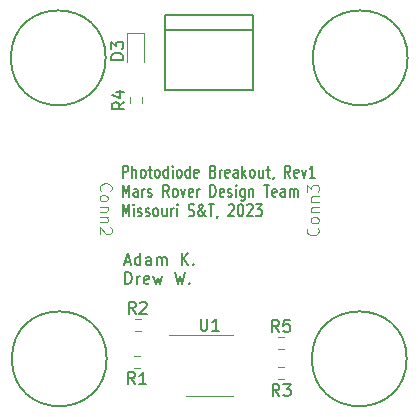
<source format=gbr>
%TF.GenerationSoftware,KiCad,Pcbnew,7.0.7*%
%TF.CreationDate,2023-11-07T19:32:12-06:00*%
%TF.ProjectId,TIAs,54494173-2e6b-4696-9361-645f70636258,rev?*%
%TF.SameCoordinates,Original*%
%TF.FileFunction,Legend,Top*%
%TF.FilePolarity,Positive*%
%FSLAX46Y46*%
G04 Gerber Fmt 4.6, Leading zero omitted, Abs format (unit mm)*
G04 Created by KiCad (PCBNEW 7.0.7) date 2023-11-07 19:32:12*
%MOMM*%
%LPD*%
G01*
G04 APERTURE LIST*
%ADD10C,0.150000*%
%ADD11C,0.100000*%
%ADD12C,0.120000*%
G04 APERTURE END LIST*
D10*
X83477207Y-76606340D02*
X83477207Y-75590340D01*
X83477207Y-75590340D02*
X83786845Y-75590340D01*
X83786845Y-75590340D02*
X83864255Y-75638721D01*
X83864255Y-75638721D02*
X83902960Y-75687102D01*
X83902960Y-75687102D02*
X83941664Y-75783864D01*
X83941664Y-75783864D02*
X83941664Y-75929007D01*
X83941664Y-75929007D02*
X83902960Y-76025769D01*
X83902960Y-76025769D02*
X83864255Y-76074150D01*
X83864255Y-76074150D02*
X83786845Y-76122531D01*
X83786845Y-76122531D02*
X83477207Y-76122531D01*
X84290007Y-76606340D02*
X84290007Y-75590340D01*
X84638350Y-76606340D02*
X84638350Y-76074150D01*
X84638350Y-76074150D02*
X84599645Y-75977388D01*
X84599645Y-75977388D02*
X84522236Y-75929007D01*
X84522236Y-75929007D02*
X84406122Y-75929007D01*
X84406122Y-75929007D02*
X84328712Y-75977388D01*
X84328712Y-75977388D02*
X84290007Y-76025769D01*
X85141512Y-76606340D02*
X85064102Y-76557960D01*
X85064102Y-76557960D02*
X85025397Y-76509579D01*
X85025397Y-76509579D02*
X84986693Y-76412817D01*
X84986693Y-76412817D02*
X84986693Y-76122531D01*
X84986693Y-76122531D02*
X85025397Y-76025769D01*
X85025397Y-76025769D02*
X85064102Y-75977388D01*
X85064102Y-75977388D02*
X85141512Y-75929007D01*
X85141512Y-75929007D02*
X85257626Y-75929007D01*
X85257626Y-75929007D02*
X85335035Y-75977388D01*
X85335035Y-75977388D02*
X85373740Y-76025769D01*
X85373740Y-76025769D02*
X85412445Y-76122531D01*
X85412445Y-76122531D02*
X85412445Y-76412817D01*
X85412445Y-76412817D02*
X85373740Y-76509579D01*
X85373740Y-76509579D02*
X85335035Y-76557960D01*
X85335035Y-76557960D02*
X85257626Y-76606340D01*
X85257626Y-76606340D02*
X85141512Y-76606340D01*
X85644673Y-75929007D02*
X85954311Y-75929007D01*
X85760787Y-75590340D02*
X85760787Y-76461198D01*
X85760787Y-76461198D02*
X85799492Y-76557960D01*
X85799492Y-76557960D02*
X85876902Y-76606340D01*
X85876902Y-76606340D02*
X85954311Y-76606340D01*
X86341359Y-76606340D02*
X86263949Y-76557960D01*
X86263949Y-76557960D02*
X86225244Y-76509579D01*
X86225244Y-76509579D02*
X86186540Y-76412817D01*
X86186540Y-76412817D02*
X86186540Y-76122531D01*
X86186540Y-76122531D02*
X86225244Y-76025769D01*
X86225244Y-76025769D02*
X86263949Y-75977388D01*
X86263949Y-75977388D02*
X86341359Y-75929007D01*
X86341359Y-75929007D02*
X86457473Y-75929007D01*
X86457473Y-75929007D02*
X86534882Y-75977388D01*
X86534882Y-75977388D02*
X86573587Y-76025769D01*
X86573587Y-76025769D02*
X86612292Y-76122531D01*
X86612292Y-76122531D02*
X86612292Y-76412817D01*
X86612292Y-76412817D02*
X86573587Y-76509579D01*
X86573587Y-76509579D02*
X86534882Y-76557960D01*
X86534882Y-76557960D02*
X86457473Y-76606340D01*
X86457473Y-76606340D02*
X86341359Y-76606340D01*
X87308977Y-76606340D02*
X87308977Y-75590340D01*
X87308977Y-76557960D02*
X87231568Y-76606340D01*
X87231568Y-76606340D02*
X87076749Y-76606340D01*
X87076749Y-76606340D02*
X86999339Y-76557960D01*
X86999339Y-76557960D02*
X86960634Y-76509579D01*
X86960634Y-76509579D02*
X86921930Y-76412817D01*
X86921930Y-76412817D02*
X86921930Y-76122531D01*
X86921930Y-76122531D02*
X86960634Y-76025769D01*
X86960634Y-76025769D02*
X86999339Y-75977388D01*
X86999339Y-75977388D02*
X87076749Y-75929007D01*
X87076749Y-75929007D02*
X87231568Y-75929007D01*
X87231568Y-75929007D02*
X87308977Y-75977388D01*
X87696024Y-76606340D02*
X87696024Y-75929007D01*
X87696024Y-75590340D02*
X87657320Y-75638721D01*
X87657320Y-75638721D02*
X87696024Y-75687102D01*
X87696024Y-75687102D02*
X87734729Y-75638721D01*
X87734729Y-75638721D02*
X87696024Y-75590340D01*
X87696024Y-75590340D02*
X87696024Y-75687102D01*
X88199187Y-76606340D02*
X88121777Y-76557960D01*
X88121777Y-76557960D02*
X88083072Y-76509579D01*
X88083072Y-76509579D02*
X88044368Y-76412817D01*
X88044368Y-76412817D02*
X88044368Y-76122531D01*
X88044368Y-76122531D02*
X88083072Y-76025769D01*
X88083072Y-76025769D02*
X88121777Y-75977388D01*
X88121777Y-75977388D02*
X88199187Y-75929007D01*
X88199187Y-75929007D02*
X88315301Y-75929007D01*
X88315301Y-75929007D02*
X88392710Y-75977388D01*
X88392710Y-75977388D02*
X88431415Y-76025769D01*
X88431415Y-76025769D02*
X88470120Y-76122531D01*
X88470120Y-76122531D02*
X88470120Y-76412817D01*
X88470120Y-76412817D02*
X88431415Y-76509579D01*
X88431415Y-76509579D02*
X88392710Y-76557960D01*
X88392710Y-76557960D02*
X88315301Y-76606340D01*
X88315301Y-76606340D02*
X88199187Y-76606340D01*
X89166805Y-76606340D02*
X89166805Y-75590340D01*
X89166805Y-76557960D02*
X89089396Y-76606340D01*
X89089396Y-76606340D02*
X88934577Y-76606340D01*
X88934577Y-76606340D02*
X88857167Y-76557960D01*
X88857167Y-76557960D02*
X88818462Y-76509579D01*
X88818462Y-76509579D02*
X88779758Y-76412817D01*
X88779758Y-76412817D02*
X88779758Y-76122531D01*
X88779758Y-76122531D02*
X88818462Y-76025769D01*
X88818462Y-76025769D02*
X88857167Y-75977388D01*
X88857167Y-75977388D02*
X88934577Y-75929007D01*
X88934577Y-75929007D02*
X89089396Y-75929007D01*
X89089396Y-75929007D02*
X89166805Y-75977388D01*
X89863490Y-76557960D02*
X89786081Y-76606340D01*
X89786081Y-76606340D02*
X89631262Y-76606340D01*
X89631262Y-76606340D02*
X89553852Y-76557960D01*
X89553852Y-76557960D02*
X89515148Y-76461198D01*
X89515148Y-76461198D02*
X89515148Y-76074150D01*
X89515148Y-76074150D02*
X89553852Y-75977388D01*
X89553852Y-75977388D02*
X89631262Y-75929007D01*
X89631262Y-75929007D02*
X89786081Y-75929007D01*
X89786081Y-75929007D02*
X89863490Y-75977388D01*
X89863490Y-75977388D02*
X89902195Y-76074150D01*
X89902195Y-76074150D02*
X89902195Y-76170912D01*
X89902195Y-76170912D02*
X89515148Y-76267674D01*
X91140748Y-76074150D02*
X91256862Y-76122531D01*
X91256862Y-76122531D02*
X91295567Y-76170912D01*
X91295567Y-76170912D02*
X91334271Y-76267674D01*
X91334271Y-76267674D02*
X91334271Y-76412817D01*
X91334271Y-76412817D02*
X91295567Y-76509579D01*
X91295567Y-76509579D02*
X91256862Y-76557960D01*
X91256862Y-76557960D02*
X91179452Y-76606340D01*
X91179452Y-76606340D02*
X90869814Y-76606340D01*
X90869814Y-76606340D02*
X90869814Y-75590340D01*
X90869814Y-75590340D02*
X91140748Y-75590340D01*
X91140748Y-75590340D02*
X91218157Y-75638721D01*
X91218157Y-75638721D02*
X91256862Y-75687102D01*
X91256862Y-75687102D02*
X91295567Y-75783864D01*
X91295567Y-75783864D02*
X91295567Y-75880626D01*
X91295567Y-75880626D02*
X91256862Y-75977388D01*
X91256862Y-75977388D02*
X91218157Y-76025769D01*
X91218157Y-76025769D02*
X91140748Y-76074150D01*
X91140748Y-76074150D02*
X90869814Y-76074150D01*
X91682614Y-76606340D02*
X91682614Y-75929007D01*
X91682614Y-76122531D02*
X91721319Y-76025769D01*
X91721319Y-76025769D02*
X91760024Y-75977388D01*
X91760024Y-75977388D02*
X91837433Y-75929007D01*
X91837433Y-75929007D02*
X91914843Y-75929007D01*
X92495414Y-76557960D02*
X92418005Y-76606340D01*
X92418005Y-76606340D02*
X92263186Y-76606340D01*
X92263186Y-76606340D02*
X92185776Y-76557960D01*
X92185776Y-76557960D02*
X92147072Y-76461198D01*
X92147072Y-76461198D02*
X92147072Y-76074150D01*
X92147072Y-76074150D02*
X92185776Y-75977388D01*
X92185776Y-75977388D02*
X92263186Y-75929007D01*
X92263186Y-75929007D02*
X92418005Y-75929007D01*
X92418005Y-75929007D02*
X92495414Y-75977388D01*
X92495414Y-75977388D02*
X92534119Y-76074150D01*
X92534119Y-76074150D02*
X92534119Y-76170912D01*
X92534119Y-76170912D02*
X92147072Y-76267674D01*
X93230805Y-76606340D02*
X93230805Y-76074150D01*
X93230805Y-76074150D02*
X93192100Y-75977388D01*
X93192100Y-75977388D02*
X93114691Y-75929007D01*
X93114691Y-75929007D02*
X92959872Y-75929007D01*
X92959872Y-75929007D02*
X92882462Y-75977388D01*
X93230805Y-76557960D02*
X93153396Y-76606340D01*
X93153396Y-76606340D02*
X92959872Y-76606340D01*
X92959872Y-76606340D02*
X92882462Y-76557960D01*
X92882462Y-76557960D02*
X92843758Y-76461198D01*
X92843758Y-76461198D02*
X92843758Y-76364436D01*
X92843758Y-76364436D02*
X92882462Y-76267674D01*
X92882462Y-76267674D02*
X92959872Y-76219293D01*
X92959872Y-76219293D02*
X93153396Y-76219293D01*
X93153396Y-76219293D02*
X93230805Y-76170912D01*
X93617852Y-76606340D02*
X93617852Y-75590340D01*
X93695262Y-76219293D02*
X93927490Y-76606340D01*
X93927490Y-75929007D02*
X93617852Y-76316055D01*
X94391948Y-76606340D02*
X94314538Y-76557960D01*
X94314538Y-76557960D02*
X94275833Y-76509579D01*
X94275833Y-76509579D02*
X94237129Y-76412817D01*
X94237129Y-76412817D02*
X94237129Y-76122531D01*
X94237129Y-76122531D02*
X94275833Y-76025769D01*
X94275833Y-76025769D02*
X94314538Y-75977388D01*
X94314538Y-75977388D02*
X94391948Y-75929007D01*
X94391948Y-75929007D02*
X94508062Y-75929007D01*
X94508062Y-75929007D02*
X94585471Y-75977388D01*
X94585471Y-75977388D02*
X94624176Y-76025769D01*
X94624176Y-76025769D02*
X94662881Y-76122531D01*
X94662881Y-76122531D02*
X94662881Y-76412817D01*
X94662881Y-76412817D02*
X94624176Y-76509579D01*
X94624176Y-76509579D02*
X94585471Y-76557960D01*
X94585471Y-76557960D02*
X94508062Y-76606340D01*
X94508062Y-76606340D02*
X94391948Y-76606340D01*
X95359566Y-75929007D02*
X95359566Y-76606340D01*
X95011223Y-75929007D02*
X95011223Y-76461198D01*
X95011223Y-76461198D02*
X95049928Y-76557960D01*
X95049928Y-76557960D02*
X95127338Y-76606340D01*
X95127338Y-76606340D02*
X95243452Y-76606340D01*
X95243452Y-76606340D02*
X95320861Y-76557960D01*
X95320861Y-76557960D02*
X95359566Y-76509579D01*
X95630499Y-75929007D02*
X95940137Y-75929007D01*
X95746613Y-75590340D02*
X95746613Y-76461198D01*
X95746613Y-76461198D02*
X95785318Y-76557960D01*
X95785318Y-76557960D02*
X95862728Y-76606340D01*
X95862728Y-76606340D02*
X95940137Y-76606340D01*
X96249775Y-76557960D02*
X96249775Y-76606340D01*
X96249775Y-76606340D02*
X96211070Y-76703102D01*
X96211070Y-76703102D02*
X96172366Y-76751483D01*
X97681851Y-76606340D02*
X97410918Y-76122531D01*
X97217394Y-76606340D02*
X97217394Y-75590340D01*
X97217394Y-75590340D02*
X97527032Y-75590340D01*
X97527032Y-75590340D02*
X97604442Y-75638721D01*
X97604442Y-75638721D02*
X97643147Y-75687102D01*
X97643147Y-75687102D02*
X97681851Y-75783864D01*
X97681851Y-75783864D02*
X97681851Y-75929007D01*
X97681851Y-75929007D02*
X97643147Y-76025769D01*
X97643147Y-76025769D02*
X97604442Y-76074150D01*
X97604442Y-76074150D02*
X97527032Y-76122531D01*
X97527032Y-76122531D02*
X97217394Y-76122531D01*
X98339832Y-76557960D02*
X98262423Y-76606340D01*
X98262423Y-76606340D02*
X98107604Y-76606340D01*
X98107604Y-76606340D02*
X98030194Y-76557960D01*
X98030194Y-76557960D02*
X97991490Y-76461198D01*
X97991490Y-76461198D02*
X97991490Y-76074150D01*
X97991490Y-76074150D02*
X98030194Y-75977388D01*
X98030194Y-75977388D02*
X98107604Y-75929007D01*
X98107604Y-75929007D02*
X98262423Y-75929007D01*
X98262423Y-75929007D02*
X98339832Y-75977388D01*
X98339832Y-75977388D02*
X98378537Y-76074150D01*
X98378537Y-76074150D02*
X98378537Y-76170912D01*
X98378537Y-76170912D02*
X97991490Y-76267674D01*
X98649471Y-75929007D02*
X98842995Y-76606340D01*
X98842995Y-76606340D02*
X99036518Y-75929007D01*
X99771909Y-76606340D02*
X99307452Y-76606340D01*
X99539680Y-76606340D02*
X99539680Y-75590340D01*
X99539680Y-75590340D02*
X99462271Y-75735483D01*
X99462271Y-75735483D02*
X99384861Y-75832245D01*
X99384861Y-75832245D02*
X99307452Y-75880626D01*
X83477207Y-78242100D02*
X83477207Y-77226100D01*
X83477207Y-77226100D02*
X83748141Y-77951815D01*
X83748141Y-77951815D02*
X84019074Y-77226100D01*
X84019074Y-77226100D02*
X84019074Y-78242100D01*
X84754464Y-78242100D02*
X84754464Y-77709910D01*
X84754464Y-77709910D02*
X84715759Y-77613148D01*
X84715759Y-77613148D02*
X84638350Y-77564767D01*
X84638350Y-77564767D02*
X84483531Y-77564767D01*
X84483531Y-77564767D02*
X84406121Y-77613148D01*
X84754464Y-78193720D02*
X84677055Y-78242100D01*
X84677055Y-78242100D02*
X84483531Y-78242100D01*
X84483531Y-78242100D02*
X84406121Y-78193720D01*
X84406121Y-78193720D02*
X84367417Y-78096958D01*
X84367417Y-78096958D02*
X84367417Y-78000196D01*
X84367417Y-78000196D02*
X84406121Y-77903434D01*
X84406121Y-77903434D02*
X84483531Y-77855053D01*
X84483531Y-77855053D02*
X84677055Y-77855053D01*
X84677055Y-77855053D02*
X84754464Y-77806672D01*
X85141511Y-78242100D02*
X85141511Y-77564767D01*
X85141511Y-77758291D02*
X85180216Y-77661529D01*
X85180216Y-77661529D02*
X85218921Y-77613148D01*
X85218921Y-77613148D02*
X85296330Y-77564767D01*
X85296330Y-77564767D02*
X85373740Y-77564767D01*
X85605969Y-78193720D02*
X85683378Y-78242100D01*
X85683378Y-78242100D02*
X85838197Y-78242100D01*
X85838197Y-78242100D02*
X85915607Y-78193720D01*
X85915607Y-78193720D02*
X85954311Y-78096958D01*
X85954311Y-78096958D02*
X85954311Y-78048577D01*
X85954311Y-78048577D02*
X85915607Y-77951815D01*
X85915607Y-77951815D02*
X85838197Y-77903434D01*
X85838197Y-77903434D02*
X85722083Y-77903434D01*
X85722083Y-77903434D02*
X85644673Y-77855053D01*
X85644673Y-77855053D02*
X85605969Y-77758291D01*
X85605969Y-77758291D02*
X85605969Y-77709910D01*
X85605969Y-77709910D02*
X85644673Y-77613148D01*
X85644673Y-77613148D02*
X85722083Y-77564767D01*
X85722083Y-77564767D02*
X85838197Y-77564767D01*
X85838197Y-77564767D02*
X85915607Y-77613148D01*
X87386387Y-78242100D02*
X87115454Y-77758291D01*
X86921930Y-78242100D02*
X86921930Y-77226100D01*
X86921930Y-77226100D02*
X87231568Y-77226100D01*
X87231568Y-77226100D02*
X87308978Y-77274481D01*
X87308978Y-77274481D02*
X87347683Y-77322862D01*
X87347683Y-77322862D02*
X87386387Y-77419624D01*
X87386387Y-77419624D02*
X87386387Y-77564767D01*
X87386387Y-77564767D02*
X87347683Y-77661529D01*
X87347683Y-77661529D02*
X87308978Y-77709910D01*
X87308978Y-77709910D02*
X87231568Y-77758291D01*
X87231568Y-77758291D02*
X86921930Y-77758291D01*
X87850845Y-78242100D02*
X87773435Y-78193720D01*
X87773435Y-78193720D02*
X87734730Y-78145339D01*
X87734730Y-78145339D02*
X87696026Y-78048577D01*
X87696026Y-78048577D02*
X87696026Y-77758291D01*
X87696026Y-77758291D02*
X87734730Y-77661529D01*
X87734730Y-77661529D02*
X87773435Y-77613148D01*
X87773435Y-77613148D02*
X87850845Y-77564767D01*
X87850845Y-77564767D02*
X87966959Y-77564767D01*
X87966959Y-77564767D02*
X88044368Y-77613148D01*
X88044368Y-77613148D02*
X88083073Y-77661529D01*
X88083073Y-77661529D02*
X88121778Y-77758291D01*
X88121778Y-77758291D02*
X88121778Y-78048577D01*
X88121778Y-78048577D02*
X88083073Y-78145339D01*
X88083073Y-78145339D02*
X88044368Y-78193720D01*
X88044368Y-78193720D02*
X87966959Y-78242100D01*
X87966959Y-78242100D02*
X87850845Y-78242100D01*
X88392711Y-77564767D02*
X88586235Y-78242100D01*
X88586235Y-78242100D02*
X88779758Y-77564767D01*
X89399034Y-78193720D02*
X89321625Y-78242100D01*
X89321625Y-78242100D02*
X89166806Y-78242100D01*
X89166806Y-78242100D02*
X89089396Y-78193720D01*
X89089396Y-78193720D02*
X89050692Y-78096958D01*
X89050692Y-78096958D02*
X89050692Y-77709910D01*
X89050692Y-77709910D02*
X89089396Y-77613148D01*
X89089396Y-77613148D02*
X89166806Y-77564767D01*
X89166806Y-77564767D02*
X89321625Y-77564767D01*
X89321625Y-77564767D02*
X89399034Y-77613148D01*
X89399034Y-77613148D02*
X89437739Y-77709910D01*
X89437739Y-77709910D02*
X89437739Y-77806672D01*
X89437739Y-77806672D02*
X89050692Y-77903434D01*
X89786082Y-78242100D02*
X89786082Y-77564767D01*
X89786082Y-77758291D02*
X89824787Y-77661529D01*
X89824787Y-77661529D02*
X89863492Y-77613148D01*
X89863492Y-77613148D02*
X89940901Y-77564767D01*
X89940901Y-77564767D02*
X90018311Y-77564767D01*
X90908520Y-78242100D02*
X90908520Y-77226100D01*
X90908520Y-77226100D02*
X91102044Y-77226100D01*
X91102044Y-77226100D02*
X91218158Y-77274481D01*
X91218158Y-77274481D02*
X91295568Y-77371243D01*
X91295568Y-77371243D02*
X91334273Y-77468005D01*
X91334273Y-77468005D02*
X91372977Y-77661529D01*
X91372977Y-77661529D02*
X91372977Y-77806672D01*
X91372977Y-77806672D02*
X91334273Y-78000196D01*
X91334273Y-78000196D02*
X91295568Y-78096958D01*
X91295568Y-78096958D02*
X91218158Y-78193720D01*
X91218158Y-78193720D02*
X91102044Y-78242100D01*
X91102044Y-78242100D02*
X90908520Y-78242100D01*
X92030958Y-78193720D02*
X91953549Y-78242100D01*
X91953549Y-78242100D02*
X91798730Y-78242100D01*
X91798730Y-78242100D02*
X91721320Y-78193720D01*
X91721320Y-78193720D02*
X91682616Y-78096958D01*
X91682616Y-78096958D02*
X91682616Y-77709910D01*
X91682616Y-77709910D02*
X91721320Y-77613148D01*
X91721320Y-77613148D02*
X91798730Y-77564767D01*
X91798730Y-77564767D02*
X91953549Y-77564767D01*
X91953549Y-77564767D02*
X92030958Y-77613148D01*
X92030958Y-77613148D02*
X92069663Y-77709910D01*
X92069663Y-77709910D02*
X92069663Y-77806672D01*
X92069663Y-77806672D02*
X91682616Y-77903434D01*
X92379302Y-78193720D02*
X92456711Y-78242100D01*
X92456711Y-78242100D02*
X92611530Y-78242100D01*
X92611530Y-78242100D02*
X92688940Y-78193720D01*
X92688940Y-78193720D02*
X92727644Y-78096958D01*
X92727644Y-78096958D02*
X92727644Y-78048577D01*
X92727644Y-78048577D02*
X92688940Y-77951815D01*
X92688940Y-77951815D02*
X92611530Y-77903434D01*
X92611530Y-77903434D02*
X92495416Y-77903434D01*
X92495416Y-77903434D02*
X92418006Y-77855053D01*
X92418006Y-77855053D02*
X92379302Y-77758291D01*
X92379302Y-77758291D02*
X92379302Y-77709910D01*
X92379302Y-77709910D02*
X92418006Y-77613148D01*
X92418006Y-77613148D02*
X92495416Y-77564767D01*
X92495416Y-77564767D02*
X92611530Y-77564767D01*
X92611530Y-77564767D02*
X92688940Y-77613148D01*
X93075987Y-78242100D02*
X93075987Y-77564767D01*
X93075987Y-77226100D02*
X93037283Y-77274481D01*
X93037283Y-77274481D02*
X93075987Y-77322862D01*
X93075987Y-77322862D02*
X93114692Y-77274481D01*
X93114692Y-77274481D02*
X93075987Y-77226100D01*
X93075987Y-77226100D02*
X93075987Y-77322862D01*
X93811378Y-77564767D02*
X93811378Y-78387243D01*
X93811378Y-78387243D02*
X93772673Y-78484005D01*
X93772673Y-78484005D02*
X93733969Y-78532386D01*
X93733969Y-78532386D02*
X93656559Y-78580767D01*
X93656559Y-78580767D02*
X93540445Y-78580767D01*
X93540445Y-78580767D02*
X93463035Y-78532386D01*
X93811378Y-78193720D02*
X93733969Y-78242100D01*
X93733969Y-78242100D02*
X93579150Y-78242100D01*
X93579150Y-78242100D02*
X93501740Y-78193720D01*
X93501740Y-78193720D02*
X93463035Y-78145339D01*
X93463035Y-78145339D02*
X93424331Y-78048577D01*
X93424331Y-78048577D02*
X93424331Y-77758291D01*
X93424331Y-77758291D02*
X93463035Y-77661529D01*
X93463035Y-77661529D02*
X93501740Y-77613148D01*
X93501740Y-77613148D02*
X93579150Y-77564767D01*
X93579150Y-77564767D02*
X93733969Y-77564767D01*
X93733969Y-77564767D02*
X93811378Y-77613148D01*
X94198425Y-77564767D02*
X94198425Y-78242100D01*
X94198425Y-77661529D02*
X94237130Y-77613148D01*
X94237130Y-77613148D02*
X94314540Y-77564767D01*
X94314540Y-77564767D02*
X94430654Y-77564767D01*
X94430654Y-77564767D02*
X94508063Y-77613148D01*
X94508063Y-77613148D02*
X94546768Y-77709910D01*
X94546768Y-77709910D02*
X94546768Y-78242100D01*
X95436977Y-77226100D02*
X95901434Y-77226100D01*
X95669206Y-78242100D02*
X95669206Y-77226100D01*
X96482005Y-78193720D02*
X96404596Y-78242100D01*
X96404596Y-78242100D02*
X96249777Y-78242100D01*
X96249777Y-78242100D02*
X96172367Y-78193720D01*
X96172367Y-78193720D02*
X96133663Y-78096958D01*
X96133663Y-78096958D02*
X96133663Y-77709910D01*
X96133663Y-77709910D02*
X96172367Y-77613148D01*
X96172367Y-77613148D02*
X96249777Y-77564767D01*
X96249777Y-77564767D02*
X96404596Y-77564767D01*
X96404596Y-77564767D02*
X96482005Y-77613148D01*
X96482005Y-77613148D02*
X96520710Y-77709910D01*
X96520710Y-77709910D02*
X96520710Y-77806672D01*
X96520710Y-77806672D02*
X96133663Y-77903434D01*
X97217396Y-78242100D02*
X97217396Y-77709910D01*
X97217396Y-77709910D02*
X97178691Y-77613148D01*
X97178691Y-77613148D02*
X97101282Y-77564767D01*
X97101282Y-77564767D02*
X96946463Y-77564767D01*
X96946463Y-77564767D02*
X96869053Y-77613148D01*
X97217396Y-78193720D02*
X97139987Y-78242100D01*
X97139987Y-78242100D02*
X96946463Y-78242100D01*
X96946463Y-78242100D02*
X96869053Y-78193720D01*
X96869053Y-78193720D02*
X96830349Y-78096958D01*
X96830349Y-78096958D02*
X96830349Y-78000196D01*
X96830349Y-78000196D02*
X96869053Y-77903434D01*
X96869053Y-77903434D02*
X96946463Y-77855053D01*
X96946463Y-77855053D02*
X97139987Y-77855053D01*
X97139987Y-77855053D02*
X97217396Y-77806672D01*
X97604443Y-78242100D02*
X97604443Y-77564767D01*
X97604443Y-77661529D02*
X97643148Y-77613148D01*
X97643148Y-77613148D02*
X97720558Y-77564767D01*
X97720558Y-77564767D02*
X97836672Y-77564767D01*
X97836672Y-77564767D02*
X97914081Y-77613148D01*
X97914081Y-77613148D02*
X97952786Y-77709910D01*
X97952786Y-77709910D02*
X97952786Y-78242100D01*
X97952786Y-77709910D02*
X97991491Y-77613148D01*
X97991491Y-77613148D02*
X98068900Y-77564767D01*
X98068900Y-77564767D02*
X98185015Y-77564767D01*
X98185015Y-77564767D02*
X98262424Y-77613148D01*
X98262424Y-77613148D02*
X98301129Y-77709910D01*
X98301129Y-77709910D02*
X98301129Y-78242100D01*
X83477207Y-79877860D02*
X83477207Y-78861860D01*
X83477207Y-78861860D02*
X83748141Y-79587575D01*
X83748141Y-79587575D02*
X84019074Y-78861860D01*
X84019074Y-78861860D02*
X84019074Y-79877860D01*
X84406121Y-79877860D02*
X84406121Y-79200527D01*
X84406121Y-78861860D02*
X84367417Y-78910241D01*
X84367417Y-78910241D02*
X84406121Y-78958622D01*
X84406121Y-78958622D02*
X84444826Y-78910241D01*
X84444826Y-78910241D02*
X84406121Y-78861860D01*
X84406121Y-78861860D02*
X84406121Y-78958622D01*
X84754465Y-79829480D02*
X84831874Y-79877860D01*
X84831874Y-79877860D02*
X84986693Y-79877860D01*
X84986693Y-79877860D02*
X85064103Y-79829480D01*
X85064103Y-79829480D02*
X85102807Y-79732718D01*
X85102807Y-79732718D02*
X85102807Y-79684337D01*
X85102807Y-79684337D02*
X85064103Y-79587575D01*
X85064103Y-79587575D02*
X84986693Y-79539194D01*
X84986693Y-79539194D02*
X84870579Y-79539194D01*
X84870579Y-79539194D02*
X84793169Y-79490813D01*
X84793169Y-79490813D02*
X84754465Y-79394051D01*
X84754465Y-79394051D02*
X84754465Y-79345670D01*
X84754465Y-79345670D02*
X84793169Y-79248908D01*
X84793169Y-79248908D02*
X84870579Y-79200527D01*
X84870579Y-79200527D02*
X84986693Y-79200527D01*
X84986693Y-79200527D02*
X85064103Y-79248908D01*
X85412446Y-79829480D02*
X85489855Y-79877860D01*
X85489855Y-79877860D02*
X85644674Y-79877860D01*
X85644674Y-79877860D02*
X85722084Y-79829480D01*
X85722084Y-79829480D02*
X85760788Y-79732718D01*
X85760788Y-79732718D02*
X85760788Y-79684337D01*
X85760788Y-79684337D02*
X85722084Y-79587575D01*
X85722084Y-79587575D02*
X85644674Y-79539194D01*
X85644674Y-79539194D02*
X85528560Y-79539194D01*
X85528560Y-79539194D02*
X85451150Y-79490813D01*
X85451150Y-79490813D02*
X85412446Y-79394051D01*
X85412446Y-79394051D02*
X85412446Y-79345670D01*
X85412446Y-79345670D02*
X85451150Y-79248908D01*
X85451150Y-79248908D02*
X85528560Y-79200527D01*
X85528560Y-79200527D02*
X85644674Y-79200527D01*
X85644674Y-79200527D02*
X85722084Y-79248908D01*
X86225246Y-79877860D02*
X86147836Y-79829480D01*
X86147836Y-79829480D02*
X86109131Y-79781099D01*
X86109131Y-79781099D02*
X86070427Y-79684337D01*
X86070427Y-79684337D02*
X86070427Y-79394051D01*
X86070427Y-79394051D02*
X86109131Y-79297289D01*
X86109131Y-79297289D02*
X86147836Y-79248908D01*
X86147836Y-79248908D02*
X86225246Y-79200527D01*
X86225246Y-79200527D02*
X86341360Y-79200527D01*
X86341360Y-79200527D02*
X86418769Y-79248908D01*
X86418769Y-79248908D02*
X86457474Y-79297289D01*
X86457474Y-79297289D02*
X86496179Y-79394051D01*
X86496179Y-79394051D02*
X86496179Y-79684337D01*
X86496179Y-79684337D02*
X86457474Y-79781099D01*
X86457474Y-79781099D02*
X86418769Y-79829480D01*
X86418769Y-79829480D02*
X86341360Y-79877860D01*
X86341360Y-79877860D02*
X86225246Y-79877860D01*
X87192864Y-79200527D02*
X87192864Y-79877860D01*
X86844521Y-79200527D02*
X86844521Y-79732718D01*
X86844521Y-79732718D02*
X86883226Y-79829480D01*
X86883226Y-79829480D02*
X86960636Y-79877860D01*
X86960636Y-79877860D02*
X87076750Y-79877860D01*
X87076750Y-79877860D02*
X87154159Y-79829480D01*
X87154159Y-79829480D02*
X87192864Y-79781099D01*
X87579911Y-79877860D02*
X87579911Y-79200527D01*
X87579911Y-79394051D02*
X87618616Y-79297289D01*
X87618616Y-79297289D02*
X87657321Y-79248908D01*
X87657321Y-79248908D02*
X87734730Y-79200527D01*
X87734730Y-79200527D02*
X87812140Y-79200527D01*
X88083073Y-79877860D02*
X88083073Y-79200527D01*
X88083073Y-78861860D02*
X88044369Y-78910241D01*
X88044369Y-78910241D02*
X88083073Y-78958622D01*
X88083073Y-78958622D02*
X88121778Y-78910241D01*
X88121778Y-78910241D02*
X88083073Y-78861860D01*
X88083073Y-78861860D02*
X88083073Y-78958622D01*
X89050693Y-79829480D02*
X89166807Y-79877860D01*
X89166807Y-79877860D02*
X89360331Y-79877860D01*
X89360331Y-79877860D02*
X89437740Y-79829480D01*
X89437740Y-79829480D02*
X89476445Y-79781099D01*
X89476445Y-79781099D02*
X89515150Y-79684337D01*
X89515150Y-79684337D02*
X89515150Y-79587575D01*
X89515150Y-79587575D02*
X89476445Y-79490813D01*
X89476445Y-79490813D02*
X89437740Y-79442432D01*
X89437740Y-79442432D02*
X89360331Y-79394051D01*
X89360331Y-79394051D02*
X89205512Y-79345670D01*
X89205512Y-79345670D02*
X89128102Y-79297289D01*
X89128102Y-79297289D02*
X89089397Y-79248908D01*
X89089397Y-79248908D02*
X89050693Y-79152146D01*
X89050693Y-79152146D02*
X89050693Y-79055384D01*
X89050693Y-79055384D02*
X89089397Y-78958622D01*
X89089397Y-78958622D02*
X89128102Y-78910241D01*
X89128102Y-78910241D02*
X89205512Y-78861860D01*
X89205512Y-78861860D02*
X89399035Y-78861860D01*
X89399035Y-78861860D02*
X89515150Y-78910241D01*
X90521473Y-79877860D02*
X90482769Y-79877860D01*
X90482769Y-79877860D02*
X90405359Y-79829480D01*
X90405359Y-79829480D02*
X90289245Y-79684337D01*
X90289245Y-79684337D02*
X90095721Y-79394051D01*
X90095721Y-79394051D02*
X90018311Y-79248908D01*
X90018311Y-79248908D02*
X89979607Y-79103765D01*
X89979607Y-79103765D02*
X89979607Y-79007003D01*
X89979607Y-79007003D02*
X90018311Y-78910241D01*
X90018311Y-78910241D02*
X90095721Y-78861860D01*
X90095721Y-78861860D02*
X90134426Y-78861860D01*
X90134426Y-78861860D02*
X90211835Y-78910241D01*
X90211835Y-78910241D02*
X90250540Y-79007003D01*
X90250540Y-79007003D02*
X90250540Y-79055384D01*
X90250540Y-79055384D02*
X90211835Y-79152146D01*
X90211835Y-79152146D02*
X90173130Y-79200527D01*
X90173130Y-79200527D02*
X89940902Y-79394051D01*
X89940902Y-79394051D02*
X89902197Y-79442432D01*
X89902197Y-79442432D02*
X89863492Y-79539194D01*
X89863492Y-79539194D02*
X89863492Y-79684337D01*
X89863492Y-79684337D02*
X89902197Y-79781099D01*
X89902197Y-79781099D02*
X89940902Y-79829480D01*
X89940902Y-79829480D02*
X90018311Y-79877860D01*
X90018311Y-79877860D02*
X90134426Y-79877860D01*
X90134426Y-79877860D02*
X90211835Y-79829480D01*
X90211835Y-79829480D02*
X90250540Y-79781099D01*
X90250540Y-79781099D02*
X90366654Y-79587575D01*
X90366654Y-79587575D02*
X90405359Y-79442432D01*
X90405359Y-79442432D02*
X90405359Y-79345670D01*
X90753702Y-78861860D02*
X91218159Y-78861860D01*
X90985931Y-79877860D02*
X90985931Y-78861860D01*
X91527797Y-79829480D02*
X91527797Y-79877860D01*
X91527797Y-79877860D02*
X91489092Y-79974622D01*
X91489092Y-79974622D02*
X91450388Y-80023003D01*
X92456712Y-78958622D02*
X92495416Y-78910241D01*
X92495416Y-78910241D02*
X92572826Y-78861860D01*
X92572826Y-78861860D02*
X92766350Y-78861860D01*
X92766350Y-78861860D02*
X92843759Y-78910241D01*
X92843759Y-78910241D02*
X92882464Y-78958622D01*
X92882464Y-78958622D02*
X92921169Y-79055384D01*
X92921169Y-79055384D02*
X92921169Y-79152146D01*
X92921169Y-79152146D02*
X92882464Y-79297289D01*
X92882464Y-79297289D02*
X92418007Y-79877860D01*
X92418007Y-79877860D02*
X92921169Y-79877860D01*
X93424330Y-78861860D02*
X93501740Y-78861860D01*
X93501740Y-78861860D02*
X93579149Y-78910241D01*
X93579149Y-78910241D02*
X93617854Y-78958622D01*
X93617854Y-78958622D02*
X93656559Y-79055384D01*
X93656559Y-79055384D02*
X93695264Y-79248908D01*
X93695264Y-79248908D02*
X93695264Y-79490813D01*
X93695264Y-79490813D02*
X93656559Y-79684337D01*
X93656559Y-79684337D02*
X93617854Y-79781099D01*
X93617854Y-79781099D02*
X93579149Y-79829480D01*
X93579149Y-79829480D02*
X93501740Y-79877860D01*
X93501740Y-79877860D02*
X93424330Y-79877860D01*
X93424330Y-79877860D02*
X93346921Y-79829480D01*
X93346921Y-79829480D02*
X93308216Y-79781099D01*
X93308216Y-79781099D02*
X93269511Y-79684337D01*
X93269511Y-79684337D02*
X93230807Y-79490813D01*
X93230807Y-79490813D02*
X93230807Y-79248908D01*
X93230807Y-79248908D02*
X93269511Y-79055384D01*
X93269511Y-79055384D02*
X93308216Y-78958622D01*
X93308216Y-78958622D02*
X93346921Y-78910241D01*
X93346921Y-78910241D02*
X93424330Y-78861860D01*
X94004902Y-78958622D02*
X94043606Y-78910241D01*
X94043606Y-78910241D02*
X94121016Y-78861860D01*
X94121016Y-78861860D02*
X94314540Y-78861860D01*
X94314540Y-78861860D02*
X94391949Y-78910241D01*
X94391949Y-78910241D02*
X94430654Y-78958622D01*
X94430654Y-78958622D02*
X94469359Y-79055384D01*
X94469359Y-79055384D02*
X94469359Y-79152146D01*
X94469359Y-79152146D02*
X94430654Y-79297289D01*
X94430654Y-79297289D02*
X93966197Y-79877860D01*
X93966197Y-79877860D02*
X94469359Y-79877860D01*
X94740292Y-78861860D02*
X95243454Y-78861860D01*
X95243454Y-78861860D02*
X94972520Y-79248908D01*
X94972520Y-79248908D02*
X95088635Y-79248908D01*
X95088635Y-79248908D02*
X95166044Y-79297289D01*
X95166044Y-79297289D02*
X95204749Y-79345670D01*
X95204749Y-79345670D02*
X95243454Y-79442432D01*
X95243454Y-79442432D02*
X95243454Y-79684337D01*
X95243454Y-79684337D02*
X95204749Y-79781099D01*
X95204749Y-79781099D02*
X95166044Y-79829480D01*
X95166044Y-79829480D02*
X95088635Y-79877860D01*
X95088635Y-79877860D02*
X94856406Y-79877860D01*
X94856406Y-79877860D02*
X94778997Y-79829480D01*
X94778997Y-79829480D02*
X94740292Y-79781099D01*
X83651960Y-83724504D02*
X84128150Y-83724504D01*
X83556722Y-84010219D02*
X83890055Y-83010219D01*
X83890055Y-83010219D02*
X84223388Y-84010219D01*
X84985293Y-84010219D02*
X84985293Y-83010219D01*
X84985293Y-83962600D02*
X84890055Y-84010219D01*
X84890055Y-84010219D02*
X84699579Y-84010219D01*
X84699579Y-84010219D02*
X84604341Y-83962600D01*
X84604341Y-83962600D02*
X84556722Y-83914980D01*
X84556722Y-83914980D02*
X84509103Y-83819742D01*
X84509103Y-83819742D02*
X84509103Y-83534028D01*
X84509103Y-83534028D02*
X84556722Y-83438790D01*
X84556722Y-83438790D02*
X84604341Y-83391171D01*
X84604341Y-83391171D02*
X84699579Y-83343552D01*
X84699579Y-83343552D02*
X84890055Y-83343552D01*
X84890055Y-83343552D02*
X84985293Y-83391171D01*
X85890055Y-84010219D02*
X85890055Y-83486409D01*
X85890055Y-83486409D02*
X85842436Y-83391171D01*
X85842436Y-83391171D02*
X85747198Y-83343552D01*
X85747198Y-83343552D02*
X85556722Y-83343552D01*
X85556722Y-83343552D02*
X85461484Y-83391171D01*
X85890055Y-83962600D02*
X85794817Y-84010219D01*
X85794817Y-84010219D02*
X85556722Y-84010219D01*
X85556722Y-84010219D02*
X85461484Y-83962600D01*
X85461484Y-83962600D02*
X85413865Y-83867361D01*
X85413865Y-83867361D02*
X85413865Y-83772123D01*
X85413865Y-83772123D02*
X85461484Y-83676885D01*
X85461484Y-83676885D02*
X85556722Y-83629266D01*
X85556722Y-83629266D02*
X85794817Y-83629266D01*
X85794817Y-83629266D02*
X85890055Y-83581647D01*
X86366246Y-84010219D02*
X86366246Y-83343552D01*
X86366246Y-83438790D02*
X86413865Y-83391171D01*
X86413865Y-83391171D02*
X86509103Y-83343552D01*
X86509103Y-83343552D02*
X86651960Y-83343552D01*
X86651960Y-83343552D02*
X86747198Y-83391171D01*
X86747198Y-83391171D02*
X86794817Y-83486409D01*
X86794817Y-83486409D02*
X86794817Y-84010219D01*
X86794817Y-83486409D02*
X86842436Y-83391171D01*
X86842436Y-83391171D02*
X86937674Y-83343552D01*
X86937674Y-83343552D02*
X87080531Y-83343552D01*
X87080531Y-83343552D02*
X87175770Y-83391171D01*
X87175770Y-83391171D02*
X87223389Y-83486409D01*
X87223389Y-83486409D02*
X87223389Y-84010219D01*
X88461484Y-84010219D02*
X88461484Y-83010219D01*
X89032912Y-84010219D02*
X88604341Y-83438790D01*
X89032912Y-83010219D02*
X88461484Y-83581647D01*
X89461484Y-83914980D02*
X89509103Y-83962600D01*
X89509103Y-83962600D02*
X89461484Y-84010219D01*
X89461484Y-84010219D02*
X89413865Y-83962600D01*
X89413865Y-83962600D02*
X89461484Y-83914980D01*
X89461484Y-83914980D02*
X89461484Y-84010219D01*
X83699579Y-85620219D02*
X83699579Y-84620219D01*
X83699579Y-84620219D02*
X83937674Y-84620219D01*
X83937674Y-84620219D02*
X84080531Y-84667838D01*
X84080531Y-84667838D02*
X84175769Y-84763076D01*
X84175769Y-84763076D02*
X84223388Y-84858314D01*
X84223388Y-84858314D02*
X84271007Y-85048790D01*
X84271007Y-85048790D02*
X84271007Y-85191647D01*
X84271007Y-85191647D02*
X84223388Y-85382123D01*
X84223388Y-85382123D02*
X84175769Y-85477361D01*
X84175769Y-85477361D02*
X84080531Y-85572600D01*
X84080531Y-85572600D02*
X83937674Y-85620219D01*
X83937674Y-85620219D02*
X83699579Y-85620219D01*
X84699579Y-85620219D02*
X84699579Y-84953552D01*
X84699579Y-85144028D02*
X84747198Y-85048790D01*
X84747198Y-85048790D02*
X84794817Y-85001171D01*
X84794817Y-85001171D02*
X84890055Y-84953552D01*
X84890055Y-84953552D02*
X84985293Y-84953552D01*
X85699579Y-85572600D02*
X85604341Y-85620219D01*
X85604341Y-85620219D02*
X85413865Y-85620219D01*
X85413865Y-85620219D02*
X85318627Y-85572600D01*
X85318627Y-85572600D02*
X85271008Y-85477361D01*
X85271008Y-85477361D02*
X85271008Y-85096409D01*
X85271008Y-85096409D02*
X85318627Y-85001171D01*
X85318627Y-85001171D02*
X85413865Y-84953552D01*
X85413865Y-84953552D02*
X85604341Y-84953552D01*
X85604341Y-84953552D02*
X85699579Y-85001171D01*
X85699579Y-85001171D02*
X85747198Y-85096409D01*
X85747198Y-85096409D02*
X85747198Y-85191647D01*
X85747198Y-85191647D02*
X85271008Y-85286885D01*
X86080532Y-84953552D02*
X86271008Y-85620219D01*
X86271008Y-85620219D02*
X86461484Y-85144028D01*
X86461484Y-85144028D02*
X86651960Y-85620219D01*
X86651960Y-85620219D02*
X86842436Y-84953552D01*
X87890056Y-84620219D02*
X88128151Y-85620219D01*
X88128151Y-85620219D02*
X88318627Y-84905933D01*
X88318627Y-84905933D02*
X88509103Y-85620219D01*
X88509103Y-85620219D02*
X88747199Y-84620219D01*
X89128151Y-85524980D02*
X89175770Y-85572600D01*
X89175770Y-85572600D02*
X89128151Y-85620219D01*
X89128151Y-85620219D02*
X89080532Y-85572600D01*
X89080532Y-85572600D02*
X89128151Y-85524980D01*
X89128151Y-85524980D02*
X89128151Y-85620219D01*
X90068495Y-88561619D02*
X90068495Y-89371142D01*
X90068495Y-89371142D02*
X90116114Y-89466380D01*
X90116114Y-89466380D02*
X90163733Y-89514000D01*
X90163733Y-89514000D02*
X90258971Y-89561619D01*
X90258971Y-89561619D02*
X90449447Y-89561619D01*
X90449447Y-89561619D02*
X90544685Y-89514000D01*
X90544685Y-89514000D02*
X90592304Y-89466380D01*
X90592304Y-89466380D02*
X90639923Y-89371142D01*
X90639923Y-89371142D02*
X90639923Y-88561619D01*
X91639923Y-89561619D02*
X91068495Y-89561619D01*
X91354209Y-89561619D02*
X91354209Y-88561619D01*
X91354209Y-88561619D02*
X91258971Y-88704476D01*
X91258971Y-88704476D02*
X91163733Y-88799714D01*
X91163733Y-88799714D02*
X91068495Y-88847333D01*
X84516933Y-94086819D02*
X84183600Y-93610628D01*
X83945505Y-94086819D02*
X83945505Y-93086819D01*
X83945505Y-93086819D02*
X84326457Y-93086819D01*
X84326457Y-93086819D02*
X84421695Y-93134438D01*
X84421695Y-93134438D02*
X84469314Y-93182057D01*
X84469314Y-93182057D02*
X84516933Y-93277295D01*
X84516933Y-93277295D02*
X84516933Y-93420152D01*
X84516933Y-93420152D02*
X84469314Y-93515390D01*
X84469314Y-93515390D02*
X84421695Y-93563009D01*
X84421695Y-93563009D02*
X84326457Y-93610628D01*
X84326457Y-93610628D02*
X83945505Y-93610628D01*
X85469314Y-94086819D02*
X84897886Y-94086819D01*
X85183600Y-94086819D02*
X85183600Y-93086819D01*
X85183600Y-93086819D02*
X85088362Y-93229676D01*
X85088362Y-93229676D02*
X84993124Y-93324914D01*
X84993124Y-93324914D02*
X84897886Y-93372533D01*
X83512819Y-66625694D02*
X82512819Y-66625694D01*
X82512819Y-66625694D02*
X82512819Y-66387599D01*
X82512819Y-66387599D02*
X82560438Y-66244742D01*
X82560438Y-66244742D02*
X82655676Y-66149504D01*
X82655676Y-66149504D02*
X82750914Y-66101885D01*
X82750914Y-66101885D02*
X82941390Y-66054266D01*
X82941390Y-66054266D02*
X83084247Y-66054266D01*
X83084247Y-66054266D02*
X83274723Y-66101885D01*
X83274723Y-66101885D02*
X83369961Y-66149504D01*
X83369961Y-66149504D02*
X83465200Y-66244742D01*
X83465200Y-66244742D02*
X83512819Y-66387599D01*
X83512819Y-66387599D02*
X83512819Y-66625694D01*
X82512819Y-65720932D02*
X82512819Y-65101885D01*
X82512819Y-65101885D02*
X82893771Y-65435218D01*
X82893771Y-65435218D02*
X82893771Y-65292361D01*
X82893771Y-65292361D02*
X82941390Y-65197123D01*
X82941390Y-65197123D02*
X82989009Y-65149504D01*
X82989009Y-65149504D02*
X83084247Y-65101885D01*
X83084247Y-65101885D02*
X83322342Y-65101885D01*
X83322342Y-65101885D02*
X83417580Y-65149504D01*
X83417580Y-65149504D02*
X83465200Y-65197123D01*
X83465200Y-65197123D02*
X83512819Y-65292361D01*
X83512819Y-65292361D02*
X83512819Y-65578075D01*
X83512819Y-65578075D02*
X83465200Y-65673313D01*
X83465200Y-65673313D02*
X83417580Y-65720932D01*
X84567733Y-88128019D02*
X84234400Y-87651828D01*
X83996305Y-88128019D02*
X83996305Y-87128019D01*
X83996305Y-87128019D02*
X84377257Y-87128019D01*
X84377257Y-87128019D02*
X84472495Y-87175638D01*
X84472495Y-87175638D02*
X84520114Y-87223257D01*
X84520114Y-87223257D02*
X84567733Y-87318495D01*
X84567733Y-87318495D02*
X84567733Y-87461352D01*
X84567733Y-87461352D02*
X84520114Y-87556590D01*
X84520114Y-87556590D02*
X84472495Y-87604209D01*
X84472495Y-87604209D02*
X84377257Y-87651828D01*
X84377257Y-87651828D02*
X83996305Y-87651828D01*
X84948686Y-87223257D02*
X84996305Y-87175638D01*
X84996305Y-87175638D02*
X85091543Y-87128019D01*
X85091543Y-87128019D02*
X85329638Y-87128019D01*
X85329638Y-87128019D02*
X85424876Y-87175638D01*
X85424876Y-87175638D02*
X85472495Y-87223257D01*
X85472495Y-87223257D02*
X85520114Y-87318495D01*
X85520114Y-87318495D02*
X85520114Y-87413733D01*
X85520114Y-87413733D02*
X85472495Y-87556590D01*
X85472495Y-87556590D02*
X84901067Y-88128019D01*
X84901067Y-88128019D02*
X85520114Y-88128019D01*
D11*
X99980980Y-80873409D02*
X100028600Y-80921028D01*
X100028600Y-80921028D02*
X100076219Y-81063885D01*
X100076219Y-81063885D02*
X100076219Y-81159123D01*
X100076219Y-81159123D02*
X100028600Y-81301980D01*
X100028600Y-81301980D02*
X99933361Y-81397218D01*
X99933361Y-81397218D02*
X99838123Y-81444837D01*
X99838123Y-81444837D02*
X99647647Y-81492456D01*
X99647647Y-81492456D02*
X99504790Y-81492456D01*
X99504790Y-81492456D02*
X99314314Y-81444837D01*
X99314314Y-81444837D02*
X99219076Y-81397218D01*
X99219076Y-81397218D02*
X99123838Y-81301980D01*
X99123838Y-81301980D02*
X99076219Y-81159123D01*
X99076219Y-81159123D02*
X99076219Y-81063885D01*
X99076219Y-81063885D02*
X99123838Y-80921028D01*
X99123838Y-80921028D02*
X99171457Y-80873409D01*
X100076219Y-80301980D02*
X100028600Y-80397218D01*
X100028600Y-80397218D02*
X99980980Y-80444837D01*
X99980980Y-80444837D02*
X99885742Y-80492456D01*
X99885742Y-80492456D02*
X99600028Y-80492456D01*
X99600028Y-80492456D02*
X99504790Y-80444837D01*
X99504790Y-80444837D02*
X99457171Y-80397218D01*
X99457171Y-80397218D02*
X99409552Y-80301980D01*
X99409552Y-80301980D02*
X99409552Y-80159123D01*
X99409552Y-80159123D02*
X99457171Y-80063885D01*
X99457171Y-80063885D02*
X99504790Y-80016266D01*
X99504790Y-80016266D02*
X99600028Y-79968647D01*
X99600028Y-79968647D02*
X99885742Y-79968647D01*
X99885742Y-79968647D02*
X99980980Y-80016266D01*
X99980980Y-80016266D02*
X100028600Y-80063885D01*
X100028600Y-80063885D02*
X100076219Y-80159123D01*
X100076219Y-80159123D02*
X100076219Y-80301980D01*
X99409552Y-79540075D02*
X100076219Y-79540075D01*
X99504790Y-79540075D02*
X99457171Y-79492456D01*
X99457171Y-79492456D02*
X99409552Y-79397218D01*
X99409552Y-79397218D02*
X99409552Y-79254361D01*
X99409552Y-79254361D02*
X99457171Y-79159123D01*
X99457171Y-79159123D02*
X99552409Y-79111504D01*
X99552409Y-79111504D02*
X100076219Y-79111504D01*
X99409552Y-78635313D02*
X100076219Y-78635313D01*
X99504790Y-78635313D02*
X99457171Y-78587694D01*
X99457171Y-78587694D02*
X99409552Y-78492456D01*
X99409552Y-78492456D02*
X99409552Y-78349599D01*
X99409552Y-78349599D02*
X99457171Y-78254361D01*
X99457171Y-78254361D02*
X99552409Y-78206742D01*
X99552409Y-78206742D02*
X100076219Y-78206742D01*
X99076219Y-77825789D02*
X99076219Y-77206742D01*
X99076219Y-77206742D02*
X99457171Y-77540075D01*
X99457171Y-77540075D02*
X99457171Y-77397218D01*
X99457171Y-77397218D02*
X99504790Y-77301980D01*
X99504790Y-77301980D02*
X99552409Y-77254361D01*
X99552409Y-77254361D02*
X99647647Y-77206742D01*
X99647647Y-77206742D02*
X99885742Y-77206742D01*
X99885742Y-77206742D02*
X99980980Y-77254361D01*
X99980980Y-77254361D02*
X100028600Y-77301980D01*
X100028600Y-77301980D02*
X100076219Y-77397218D01*
X100076219Y-77397218D02*
X100076219Y-77682932D01*
X100076219Y-77682932D02*
X100028600Y-77778170D01*
X100028600Y-77778170D02*
X99980980Y-77825789D01*
D10*
X96708933Y-89659619D02*
X96375600Y-89183428D01*
X96137505Y-89659619D02*
X96137505Y-88659619D01*
X96137505Y-88659619D02*
X96518457Y-88659619D01*
X96518457Y-88659619D02*
X96613695Y-88707238D01*
X96613695Y-88707238D02*
X96661314Y-88754857D01*
X96661314Y-88754857D02*
X96708933Y-88850095D01*
X96708933Y-88850095D02*
X96708933Y-88992952D01*
X96708933Y-88992952D02*
X96661314Y-89088190D01*
X96661314Y-89088190D02*
X96613695Y-89135809D01*
X96613695Y-89135809D02*
X96518457Y-89183428D01*
X96518457Y-89183428D02*
X96137505Y-89183428D01*
X97613695Y-88659619D02*
X97137505Y-88659619D01*
X97137505Y-88659619D02*
X97089886Y-89135809D01*
X97089886Y-89135809D02*
X97137505Y-89088190D01*
X97137505Y-89088190D02*
X97232743Y-89040571D01*
X97232743Y-89040571D02*
X97470838Y-89040571D01*
X97470838Y-89040571D02*
X97566076Y-89088190D01*
X97566076Y-89088190D02*
X97613695Y-89135809D01*
X97613695Y-89135809D02*
X97661314Y-89231047D01*
X97661314Y-89231047D02*
X97661314Y-89469142D01*
X97661314Y-89469142D02*
X97613695Y-89564380D01*
X97613695Y-89564380D02*
X97566076Y-89612000D01*
X97566076Y-89612000D02*
X97470838Y-89659619D01*
X97470838Y-89659619D02*
X97232743Y-89659619D01*
X97232743Y-89659619D02*
X97137505Y-89612000D01*
X97137505Y-89612000D02*
X97089886Y-89564380D01*
X96748333Y-95095219D02*
X96415000Y-94619028D01*
X96176905Y-95095219D02*
X96176905Y-94095219D01*
X96176905Y-94095219D02*
X96557857Y-94095219D01*
X96557857Y-94095219D02*
X96653095Y-94142838D01*
X96653095Y-94142838D02*
X96700714Y-94190457D01*
X96700714Y-94190457D02*
X96748333Y-94285695D01*
X96748333Y-94285695D02*
X96748333Y-94428552D01*
X96748333Y-94428552D02*
X96700714Y-94523790D01*
X96700714Y-94523790D02*
X96653095Y-94571409D01*
X96653095Y-94571409D02*
X96557857Y-94619028D01*
X96557857Y-94619028D02*
X96176905Y-94619028D01*
X97081667Y-94095219D02*
X97700714Y-94095219D01*
X97700714Y-94095219D02*
X97367381Y-94476171D01*
X97367381Y-94476171D02*
X97510238Y-94476171D01*
X97510238Y-94476171D02*
X97605476Y-94523790D01*
X97605476Y-94523790D02*
X97653095Y-94571409D01*
X97653095Y-94571409D02*
X97700714Y-94666647D01*
X97700714Y-94666647D02*
X97700714Y-94904742D01*
X97700714Y-94904742D02*
X97653095Y-94999980D01*
X97653095Y-94999980D02*
X97605476Y-95047600D01*
X97605476Y-95047600D02*
X97510238Y-95095219D01*
X97510238Y-95095219D02*
X97224524Y-95095219D01*
X97224524Y-95095219D02*
X97129286Y-95047600D01*
X97129286Y-95047600D02*
X97081667Y-94999980D01*
D11*
X81629019Y-77724190D02*
X81581400Y-77676571D01*
X81581400Y-77676571D02*
X81533780Y-77533714D01*
X81533780Y-77533714D02*
X81533780Y-77438476D01*
X81533780Y-77438476D02*
X81581400Y-77295619D01*
X81581400Y-77295619D02*
X81676638Y-77200381D01*
X81676638Y-77200381D02*
X81771876Y-77152762D01*
X81771876Y-77152762D02*
X81962352Y-77105143D01*
X81962352Y-77105143D02*
X82105209Y-77105143D01*
X82105209Y-77105143D02*
X82295685Y-77152762D01*
X82295685Y-77152762D02*
X82390923Y-77200381D01*
X82390923Y-77200381D02*
X82486161Y-77295619D01*
X82486161Y-77295619D02*
X82533780Y-77438476D01*
X82533780Y-77438476D02*
X82533780Y-77533714D01*
X82533780Y-77533714D02*
X82486161Y-77676571D01*
X82486161Y-77676571D02*
X82438542Y-77724190D01*
X81533780Y-78295619D02*
X81581400Y-78200381D01*
X81581400Y-78200381D02*
X81629019Y-78152762D01*
X81629019Y-78152762D02*
X81724257Y-78105143D01*
X81724257Y-78105143D02*
X82009971Y-78105143D01*
X82009971Y-78105143D02*
X82105209Y-78152762D01*
X82105209Y-78152762D02*
X82152828Y-78200381D01*
X82152828Y-78200381D02*
X82200447Y-78295619D01*
X82200447Y-78295619D02*
X82200447Y-78438476D01*
X82200447Y-78438476D02*
X82152828Y-78533714D01*
X82152828Y-78533714D02*
X82105209Y-78581333D01*
X82105209Y-78581333D02*
X82009971Y-78628952D01*
X82009971Y-78628952D02*
X81724257Y-78628952D01*
X81724257Y-78628952D02*
X81629019Y-78581333D01*
X81629019Y-78581333D02*
X81581400Y-78533714D01*
X81581400Y-78533714D02*
X81533780Y-78438476D01*
X81533780Y-78438476D02*
X81533780Y-78295619D01*
X82200447Y-79057524D02*
X81533780Y-79057524D01*
X82105209Y-79057524D02*
X82152828Y-79105143D01*
X82152828Y-79105143D02*
X82200447Y-79200381D01*
X82200447Y-79200381D02*
X82200447Y-79343238D01*
X82200447Y-79343238D02*
X82152828Y-79438476D01*
X82152828Y-79438476D02*
X82057590Y-79486095D01*
X82057590Y-79486095D02*
X81533780Y-79486095D01*
X82200447Y-79962286D02*
X81533780Y-79962286D01*
X82105209Y-79962286D02*
X82152828Y-80009905D01*
X82152828Y-80009905D02*
X82200447Y-80105143D01*
X82200447Y-80105143D02*
X82200447Y-80248000D01*
X82200447Y-80248000D02*
X82152828Y-80343238D01*
X82152828Y-80343238D02*
X82057590Y-80390857D01*
X82057590Y-80390857D02*
X81533780Y-80390857D01*
X82438542Y-80819429D02*
X82486161Y-80867048D01*
X82486161Y-80867048D02*
X82533780Y-80962286D01*
X82533780Y-80962286D02*
X82533780Y-81200381D01*
X82533780Y-81200381D02*
X82486161Y-81295619D01*
X82486161Y-81295619D02*
X82438542Y-81343238D01*
X82438542Y-81343238D02*
X82343304Y-81390857D01*
X82343304Y-81390857D02*
X82248066Y-81390857D01*
X82248066Y-81390857D02*
X82105209Y-81343238D01*
X82105209Y-81343238D02*
X81533780Y-80771810D01*
X81533780Y-80771810D02*
X81533780Y-81390857D01*
D10*
X83606819Y-70219866D02*
X83130628Y-70553199D01*
X83606819Y-70791294D02*
X82606819Y-70791294D01*
X82606819Y-70791294D02*
X82606819Y-70410342D01*
X82606819Y-70410342D02*
X82654438Y-70315104D01*
X82654438Y-70315104D02*
X82702057Y-70267485D01*
X82702057Y-70267485D02*
X82797295Y-70219866D01*
X82797295Y-70219866D02*
X82940152Y-70219866D01*
X82940152Y-70219866D02*
X83035390Y-70267485D01*
X83035390Y-70267485D02*
X83083009Y-70315104D01*
X83083009Y-70315104D02*
X83130628Y-70410342D01*
X83130628Y-70410342D02*
X83130628Y-70791294D01*
X82940152Y-69362723D02*
X83606819Y-69362723D01*
X82559200Y-69600818D02*
X83273485Y-69838913D01*
X83273485Y-69838913D02*
X83273485Y-69219866D01*
D12*
%TO.C,U1*%
X90830400Y-89946800D02*
X87380400Y-89946800D01*
X90830400Y-89946800D02*
X92780400Y-89946800D01*
X90830400Y-95066800D02*
X88880400Y-95066800D01*
X90830400Y-95066800D02*
X92780400Y-95066800D01*
%TO.C,R1*%
X84938324Y-92724500D02*
X84428876Y-92724500D01*
X84938324Y-91679500D02*
X84428876Y-91679500D01*
%TO.C,D3*%
X85317000Y-64329200D02*
X83847000Y-64329200D01*
X83847000Y-64329200D02*
X83847000Y-66789200D01*
X85317000Y-66789200D02*
X85317000Y-64329200D01*
%TO.C,R2*%
X84479676Y-88580700D02*
X84989124Y-88580700D01*
X84479676Y-89625700D02*
X84989124Y-89625700D01*
D10*
%TO.C,H3*%
X107518200Y-91948000D02*
G75*
G03*
X107518200Y-91948000I-4013200J0D01*
G01*
%TO.C,Conn1*%
X87033100Y-62814200D02*
X94526100Y-62814200D01*
X87033100Y-64084200D02*
X87033100Y-62814200D01*
X87033100Y-64084200D02*
X87033100Y-69164200D01*
X87033100Y-64084200D02*
X94526100Y-64084200D01*
X94526100Y-62814200D02*
X94526100Y-64084200D01*
X94526100Y-64084200D02*
X94526100Y-69164200D01*
X94526100Y-69164200D02*
X87033100Y-69164200D01*
%TO.C,H4*%
X82118200Y-91948000D02*
G75*
G03*
X82118200Y-91948000I-4013200J0D01*
G01*
%TO.C,H2*%
X82035780Y-66465580D02*
G75*
G03*
X82035780Y-66465580I-4013200J0D01*
G01*
D12*
%TO.C,R5*%
X97141724Y-91149700D02*
X96632276Y-91149700D01*
X97141724Y-90104700D02*
X96632276Y-90104700D01*
%TO.C,R3*%
X96620876Y-92644700D02*
X97130324Y-92644700D01*
X96620876Y-93689700D02*
X97130324Y-93689700D01*
%TO.C,R4*%
X84059500Y-70307924D02*
X84059500Y-69798476D01*
X85104500Y-70307924D02*
X85104500Y-69798476D01*
D10*
%TO.C,H1*%
X107600620Y-66465580D02*
G75*
G03*
X107600620Y-66465580I-4013200J0D01*
G01*
%TD*%
M02*

</source>
